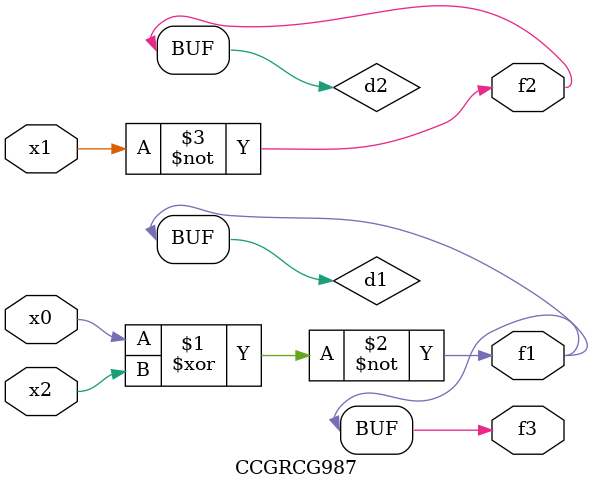
<source format=v>
module CCGRCG987(
	input x0, x1, x2,
	output f1, f2, f3
);

	wire d1, d2, d3;

	xnor (d1, x0, x2);
	nand (d2, x1);
	nor (d3, x1, x2);
	assign f1 = d1;
	assign f2 = d2;
	assign f3 = d1;
endmodule

</source>
